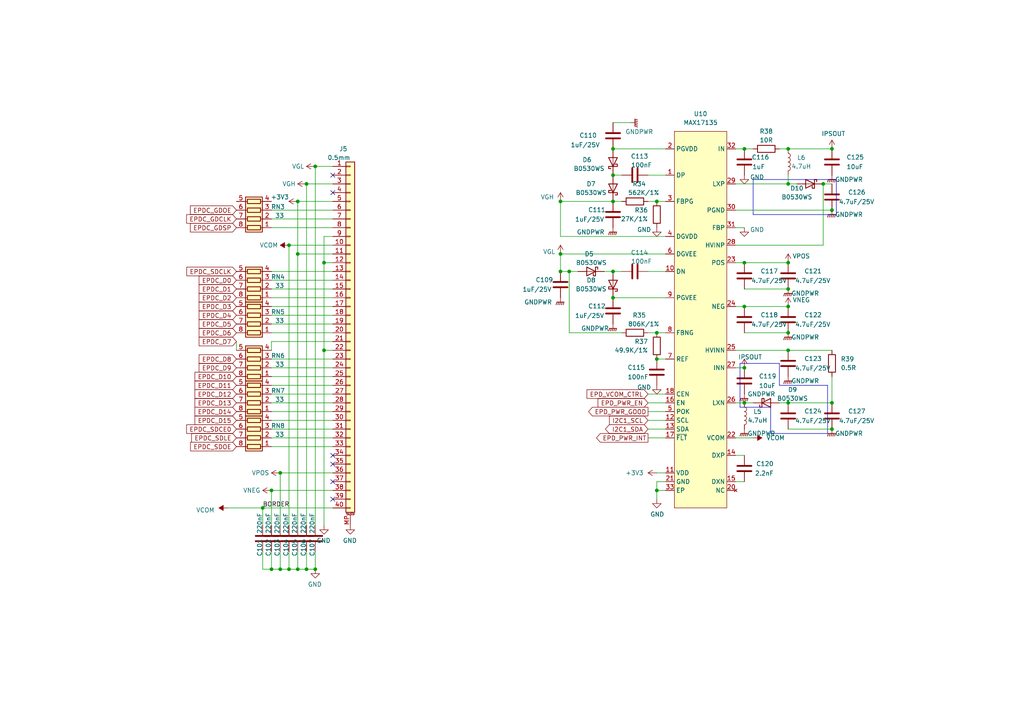
<source format=kicad_sch>
(kicad_sch (version 20230121) (generator eeschema)
  (paper "A4")
  (lib_symbols
    (symbol "Connector_Generic_MountingPin:Conn_01x40_MountingPin" (pin_names (offset 1.016) hide)
      (property "Reference" "J" (at 0 50.8 0))
      (property "Value" "Conn_01x40_MountingPin" (at 1.27 -53.34 0))
      (symbol "Conn_01x40_MountingPin_1_1"
        (text "Mounting" (at 0 -52.451 0) (effects (font (size 0.381 0.381))))
        (pin passive line (at -5.08 48.26 0) (length 3.81) (name "Pin_1") (number "1"))
        (pin passive line (at -5.08 25.4 0) (length 3.81) (name "Pin_10") (number "10"))
        (pin passive line (at -5.08 22.86 0) (length 3.81) (name "Pin_11") (number "11"))
        (pin passive line (at -5.08 20.32 0) (length 3.81) (name "Pin_12") (number "12"))
        (pin passive line (at -5.08 17.78 0) (length 3.81) (name "Pin_13") (number "13"))
        (pin passive line (at -5.08 15.24 0) (length 3.81) (name "Pin_14") (number "14"))
        (pin passive line (at -5.08 12.7 0) (length 3.81) (name "Pin_15") (number "15"))
        (pin passive line (at -5.08 10.16 0) (length 3.81) (name "Pin_16") (number "16"))
        (pin passive line (at -5.08 7.62 0) (length 3.81) (name "Pin_17") (number "17"))
        (pin passive line (at -5.08 5.08 0) (length 3.81) (name "Pin_18") (number "18"))
        (pin passive line (at -5.08 2.54 0) (length 3.81) (name "Pin_19") (number "19"))
        (pin passive line (at -5.08 45.72 0) (length 3.81) (name "Pin_2") (number "2"))
        (pin passive line (at -5.08 0 0) (length 3.81) (name "Pin_20") (number "20"))
        (pin passive line (at -5.08 -2.54 0) (length 3.81) (name "Pin_21") (number "21"))
        (pin passive line (at -5.08 -5.08 0) (length 3.81) (name "Pin_22") (number "22"))
        (pin passive line (at -5.08 -7.62 0) (length 3.81) (name "Pin_23") (number "23"))
        (pin passive line (at -5.08 -10.16 0) (length 3.81) (name "Pin_24") (number "24"))
        (pin passive line (at -5.08 -12.7 0) (length 3.81) (name "Pin_25") (number "25"))
        (pin passive line (at -5.08 -15.24 0) (length 3.81) (name "Pin_26") (number "26"))
        (pin passive line (at -5.08 -17.78 0) (length 3.81) (name "Pin_27") (number "27"))
        (pin passive line (at -5.08 -20.32 0) (length 3.81) (name "Pin_28") (number "28"))
        (pin passive line (at -5.08 -22.86 0) (length 3.81) (name "Pin_29") (number "29"))
        (pin passive line (at -5.08 43.18 0) (length 3.81) (name "Pin_3") (number "3"))
        (pin passive line (at -5.08 -25.4 0) (length 3.81) (name "Pin_30") (number "30"))
        (pin passive line (at -5.08 -27.94 0) (length 3.81) (name "Pin_31") (number "31"))
        (pin passive line (at -5.08 -30.48 0) (length 3.81) (name "Pin_32") (number "32"))
        (pin passive line (at -5.08 -33.02 0) (length 3.81) (name "Pin_33") (number "33"))
        (pin passive line (at -5.08 -35.56 0) (length 3.81) (name "Pin_34") (number "34"))
        (pin passive line (at -5.08 -38.1 0) (length 3.81) (name "Pin_35") (number "35"))
        (pin passive line (at -5.08 -40.64 0) (length 3.81) (name "Pin_36") (number "36"))
        (pin passive line (at -5.08 -43.18 0) (length 3.81) (name "Pin_37") (number "37"))
        (pin passive line (at -5.08 -45.72 0) (length 3.81) (name "Pin_38") (number "38"))
        (pin passive line (at -5.08 -48.26 0) (length 3.81) (name "Pin_39") (number "39"))
        (pin passive line (at -5.08 40.64 0) (length 3.81) (name "Pin_4") (number "4"))
        (pin passive line (at -5.08 -50.8 0) (length 3.81) (name "Pin_40") (number "40"))
        (pin passive line (at -5.08 38.1 0) (length 3.81) (name "Pin_5") (number "5"))
        (pin passive line (at -5.08 35.56 0) (length 3.81) (name "Pin_6") (number "6"))
        (pin passive line (at -5.08 33.02 0) (length 3.81) (name "Pin_7") (number "7"))
        (pin passive line (at -5.08 30.48 0) (length 3.81) (name "Pin_8") (number "8"))
        (pin passive line (at -5.08 27.94 0) (length 3.81) (name "Pin_9") (number "9"))
        (pin passive line (at 0 -55.88 90) (length 3.048) (name "MountPin") (number "MP"))
      )
    )
    (symbol "Device:C" (pin_numbers hide) (pin_names (offset 0.254))
      (property "Reference" "C" (at 0.635 2.54 0))
      (property "Value" "C" (at 0.635 -2.54 0))
      (symbol "C_1_1"
        (pin passive line (at 0 3.81 270) (length 2.794) (name "~") (number "1"))
        (pin passive line (at 0 -3.81 90) (length 2.794) (name "~") (number "2"))
      )
    )
    (symbol "Device:D_Schottky" (pin_numbers hide) (pin_names (offset 1.016) hide)
      (property "Reference" "D" (at 0 2.54 0))
      (property "Value" "D_Schottky" (at 0 -2.54 0))
      (symbol "D_Schottky_1_1"
        (pin passive line (at -3.81 0 0) (length 2.54) (name "K") (number "1"))
        (pin passive line (at 3.81 0 180) (length 2.54) (name "A") (number "2"))
      )
    )
    (symbol "Device:L" (pin_numbers hide) (pin_names (offset 1.016) hide)
      (property "Reference" "L" (at -1.27 0 90))
      (property "Value" "L" (at 1.905 0 90))
      (symbol "L_1_1"
        (pin passive line (at 0 3.81 270) (length 1.27) (name "1") (number "1"))
        (pin passive line (at 0 -3.81 90) (length 1.27) (name "2") (number "2"))
      )
    )
    (symbol "Device:R" (pin_numbers hide) (pin_names (offset 0))
      (property "Reference" "R" (at 2.032 0 90))
      (property "Value" "R" (at 0 0 90))
      (symbol "R_1_1"
        (pin passive line (at 0 3.81 270) (length 1.27) (name "~") (number "1"))
        (pin passive line (at 0 -3.81 90) (length 1.27) (name "~") (number "2"))
      )
    )
    (symbol "Device:R_Pack04" (pin_names (offset 0) hide)
      (property "Reference" "RN" (at -7.62 0 90))
      (property "Value" "R_Pack04" (at 5.08 0 90))
      (symbol "R_Pack04_1_1"
        (pin passive line (at -5.08 -5.08 90) (length 2.54) (name "R1.1") (number "1"))
        (pin passive line (at -2.54 -5.08 90) (length 2.54) (name "R2.1") (number "2"))
        (pin passive line (at 0 -5.08 90) (length 2.54) (name "R3.1") (number "3"))
        (pin passive line (at 2.54 -5.08 90) (length 2.54) (name "R4.1") (number "4"))
        (pin passive line (at 2.54 5.08 270) (length 2.54) (name "R4.2") (number "5"))
        (pin passive line (at 0 5.08 270) (length 2.54) (name "R3.2") (number "6"))
        (pin passive line (at -2.54 5.08 270) (length 2.54) (name "R2.2") (number "7"))
        (pin passive line (at -5.08 5.08 270) (length 2.54) (name "R1.2") (number "8"))
      )
    )
    (symbol "power:+3V3" (power) (pin_names (offset 0))
      (property "Value" "+3V3" (at 0 3.556 0))
      (symbol "+3V3_1_1"
        (pin power_in line (at 0 0 90) (length 0) hide (name "+3V3") (number "1"))
      )
    )
    (symbol "power:GND" (power) (pin_names (offset 0))
      (property "Value" "GND" (at 0 -3.81 0))
      (symbol "GND_1_1"
        (pin power_in line (at 0 0 270) (length 0) hide (name "GND") (number "1"))
      )
    )
    (symbol "power:GNDPWR" (power) (pin_names (offset 0))
      (property "Value" "GNDPWR" (at 0 -3.302 0))
      (symbol "GNDPWR_1_1"
        (pin power_in line (at 0 0 270) (length 0) hide (name "GNDPWR") (number "1"))
      )
    )
    (symbol "power:VCOM" (power) (pin_names (offset 0))
      (property "Value" "VCOM" (at 0 3.81 0))
      (symbol "VCOM_1_1"
        (pin power_in line (at 0 0 90) (length 0) hide (name "VCOM") (number "1"))
      )
    )
    (symbol "symbols:IPSOUT" (power) (pin_names (offset 0))
      (property "Value" "IPSOUT" (at 0 3.556 0))
      (symbol "IPSOUT_1_1"
        (pin power_in line (at 0 0 90) (length 0) hide (name "IPSOUT") (number "1"))
      )
    )
    (symbol "symbols:MAX17135"
      (property "Reference" "U" (at 0 0 0))
      (property "Value" "MAX17135" (at 0 -2.54 0))
      (symbol "MAX17135_1_1"
        (pin input line (at -10.16 -17.78 0) (length 2.54) (name "DP") (number "1"))
        (pin input line (at -10.16 -45.72 0) (length 2.54) (name "DN") (number "10"))
        (pin input line (at -10.16 -104.14 0) (length 2.54) (name "VDD") (number "11"))
        (pin input line (at -10.16 -88.9 0) (length 2.54) (name "SCL") (number "12"))
        (pin input line (at -10.16 -91.44 0) (length 2.54) (name "SDA") (number "13"))
        (pin input line (at 10.16 -99.06 180) (length 2.54) (name "DXP") (number "14"))
        (pin input line (at 10.16 -106.68 180) (length 2.54) (name "DXN") (number "15"))
        (pin input line (at -10.16 -83.82 0) (length 2.54) (name "EN") (number "16"))
        (pin input line (at -10.16 -93.98 0) (length 2.54) (name "~{FLT}") (number "17"))
        (pin input line (at -10.16 -81.28 0) (length 2.54) (name "CEN") (number "18"))
        (pin no_connect line (at 10.16 -109.22 180) (length 2.54) hide (name "NC") (number "19"))
        (pin input line (at -10.16 -10.16 0) (length 2.54) (name "PGVDD") (number "2"))
        (pin no_connect line (at 10.16 -109.22 180) (length 2.54) (name "NC") (number "20"))
        (pin input line (at -10.16 -106.68 0) (length 2.54) (name "GND") (number "21"))
        (pin input line (at 10.16 -93.98 180) (length 2.54) (name "VCOM") (number "22"))
        (pin input line (at 10.16 -43.18 180) (length 2.54) (name "POS") (number "23"))
        (pin input line (at 10.16 -55.88 180) (length 2.54) (name "NEG") (number "24"))
        (pin input line (at 10.16 -68.58 180) (length 2.54) (name "HVINN") (number "25"))
        (pin input line (at 10.16 -83.82 180) (length 2.54) (name "LXN") (number "26"))
        (pin input line (at 10.16 -73.66 180) (length 2.54) (name "INN") (number "27"))
        (pin input line (at 10.16 -38.1 180) (length 2.54) (name "HVINP") (number "28"))
        (pin input line (at 10.16 -20.32 180) (length 2.54) (name "LXP") (number "29"))
        (pin input line (at -10.16 -25.4 0) (length 2.54) (name "FBPG") (number "3"))
        (pin input line (at 10.16 -27.94 180) (length 2.54) (name "PGND") (number "30"))
        (pin input line (at 10.16 -33.02 180) (length 2.54) (name "FBP") (number "31"))
        (pin input line (at 10.16 -10.16 180) (length 2.54) (name "IN") (number "32"))
        (pin input line (at -10.16 -109.22 0) (length 2.54) (name "EP") (number "33"))
        (pin input line (at -10.16 -35.56 0) (length 2.54) (name "DGVDD") (number "4"))
        (pin input line (at -10.16 -86.36 0) (length 2.54) (name "POK") (number "5"))
        (pin input line (at -10.16 -40.64 0) (length 2.54) (name "DGVEE") (number "6"))
        (pin input line (at -10.16 -71.12 0) (length 2.54) (name "REF") (number "7"))
        (pin input line (at -10.16 -63.5 0) (length 2.54) (name "FBNG") (number "8"))
        (pin input line (at -10.16 -53.34 0) (length 2.54) (name "PGVEE") (number "9"))
      )
    )
    (symbol "symbols:VGH" (power) (pin_names (offset 0))
      (property "Value" "VGH" (at 0 3.556 0))
      (symbol "VGH_1_1"
        (pin power_in line (at 0 0 90) (length 0) hide (name "VGH") (number "1"))
      )
    )
    (symbol "symbols:VGL" (power) (pin_names (offset 0))
      (property "Value" "VGL" (at 0 3.556 0))
      (symbol "VGL_1_1"
        (pin power_in line (at 0 0 90) (length 0) hide (name "VGL") (number "1"))
      )
    )
    (symbol "symbols:VNEG" (power) (pin_names (offset 0))
      (property "Value" "VNEG" (at 0 3.556 0))
      (symbol "VNEG_1_1"
        (pin power_in line (at 0 0 90) (length 0) hide (name "VNEG") (number "1"))
      )
    )
    (symbol "symbols:VPOS" (power) (pin_names (offset 0))
      (property "Value" "VPOS" (at 0 3.556 0))
      (symbol "VPOS_1_1"
        (pin power_in line (at 0 0 90) (length 0) hide (name "VPOS") (number "1"))
      )
    )
  )
  (junction (at 162.56 73.66))
  (junction (at 162.56 78.74))
  (junction (at 215.9 76.2))
  (junction (at 86.36 165.1) (diameter 0.9144))
  (junction (at 177.8 86.36))
  (junction (at 93.98 76.2) (diameter 0.9144))
  (junction (at 215.9 88.9))
  (junction (at 83.82 71.12))
  (junction (at 177.8 58.42))
  (junction (at 228.6 116.84))
  (junction (at 86.36 73.66) (diameter 0.9144))
  (junction (at 228.6 43.18))
  (junction (at 88.9 165.1) (diameter 0.9144))
  (junction (at 177.8 43.18))
  (junction (at 81.28 137.16) (diameter 0.9144))
  (junction (at 78.74 165.1) (diameter 0.9144))
  (junction (at 228.6 83.82))
  (junction (at 215.9 116.84))
  (junction (at 241.3 60.96))
  (junction (at 93.98 101.6) (diameter 0.9144))
  (junction (at 241.3 116.84))
  (junction (at 88.9 53.34) (diameter 0.9144))
  (junction (at 81.28 165.1) (diameter 0.9144))
  (junction (at 241.3 124.46))
  (junction (at 241.3 43.18))
  (junction (at 228.6 53.34))
  (junction (at 177.8 50.8))
  (junction (at 91.44 165.1) (diameter 0.9144))
  (junction (at 215.9 43.18))
  (junction (at 215.9 106.68))
  (junction (at 83.82 165.1) (diameter 0.9144))
  (junction (at 228.6 96.52))
  (junction (at 91.44 48.26) (diameter 0.9144))
  (junction (at 228.6 88.9))
  (junction (at 190.5 96.52))
  (junction (at 238.76 53.34))
  (junction (at 165.1 78.74))
  (junction (at 177.8 78.74))
  (junction (at 162.56 58.42))
  (junction (at 78.74 142.24) (diameter 0.9144))
  (junction (at 76.2 147.32) (diameter 0.9144))
  (junction (at 228.6 76.2))
  (junction (at 228.6 101.6))
  (junction (at 190.5 142.24))
  (junction (at 190.5 104.14))
  (junction (at 190.5 58.42))
  (junction (at 86.36 58.42))
  (no_connect (at 96.52 50.8))
  (no_connect (at 96.52 55.88))
  (no_connect (at 96.52 132.08))
  (no_connect (at 96.52 144.78))
  (no_connect (at 96.52 134.62))
  (no_connect (at 96.52 139.7))
  (wire (pts (xy 81.28 165.1) (xy 83.82 165.1)))
  (wire (pts (xy 187.96 127) (xy 193.04 127)))
  (wire (pts (xy 187.96 114.3) (xy 193.04 114.3)))
  (wire (pts (xy 78.74 119.38) (xy 96.52 119.38)))
  (wire (pts (xy 78.74 165.1) (xy 81.28 165.1)))
  (wire (pts (xy 177.8 86.36) (xy 193.04 86.36)))
  (wire (pts (xy 213.36 66.04) (xy 215.9 66.04)))
  (polyline (pts (xy 218.44 52.07) (xy 218.44 62.23)))
  (wire (pts (xy 187.96 78.74) (xy 193.04 78.74)))
  (wire (pts (xy 78.74 81.28) (xy 96.52 81.28)))
  (wire (pts (xy 213.36 101.6) (xy 228.6 101.6)))
  (polyline (pts (xy 223.52 118.11) (xy 214.63 118.11)))
  (wire (pts (xy 86.36 160.02) (xy 86.36 165.1)))
  (wire (pts (xy 88.9 53.34) (xy 88.9 152.4)))
  (wire (pts (xy 83.82 160.02) (xy 83.82 165.1)))
  (wire (pts (xy 78.74 88.9) (xy 96.52 88.9)))
  (wire (pts (xy 88.9 165.1) (xy 91.44 165.1)))
  (wire (pts (xy 241.3 109.22) (xy 241.3 116.84)))
  (wire (pts (xy 78.74 129.54) (xy 96.52 129.54)))
  (wire (pts (xy 81.28 137.16) (xy 96.52 137.16)))
  (wire (pts (xy 78.74 99.06) (xy 96.52 99.06)))
  (wire (pts (xy 93.98 101.6) (xy 96.52 101.6)))
  (wire (pts (xy 91.44 48.26) (xy 91.44 152.4)))
  (wire (pts (xy 187.96 50.8) (xy 193.04 50.8)))
  (wire (pts (xy 213.36 116.84) (xy 215.9 116.84)))
  (wire (pts (xy 162.56 68.58) (xy 162.56 58.42)))
  (wire (pts (xy 162.56 78.74) (xy 162.56 73.66)))
  (wire (pts (xy 88.9 53.34) (xy 96.52 53.34)))
  (polyline (pts (xy 242.57 52.07) (xy 242.57 62.23)))
  (wire (pts (xy 78.74 66.04) (xy 96.52 66.04)))
  (wire (pts (xy 81.28 160.02) (xy 81.28 165.1)))
  (wire (pts (xy 228.6 116.84) (xy 241.3 116.84)))
  (polyline (pts (xy 226.06 105.41) (xy 226.06 111.76)))
  (wire (pts (xy 83.82 71.12) (xy 83.82 152.4)))
  (wire (pts (xy 86.36 165.1) (xy 88.9 165.1)))
  (wire (pts (xy 83.82 71.12) (xy 96.52 71.12)))
  (wire (pts (xy 86.36 73.66) (xy 86.36 152.4)))
  (polyline (pts (xy 240.03 125.73) (xy 223.52 125.73)))
  (wire (pts (xy 78.74 127) (xy 96.52 127)))
  (wire (pts (xy 177.8 78.74) (xy 180.34 78.74)))
  (wire (pts (xy 215.9 88.9) (xy 228.6 88.9)))
  (polyline (pts (xy 214.63 105.41) (xy 214.63 118.11)))
  (wire (pts (xy 213.36 132.08) (xy 215.9 132.08)))
  (wire (pts (xy 96.52 68.58) (xy 93.98 68.58)))
  (wire (pts (xy 78.74 109.22) (xy 96.52 109.22)))
  (wire (pts (xy 175.26 78.74) (xy 177.8 78.74)))
  (wire (pts (xy 93.98 101.6) (xy 93.98 152.4)))
  (wire (pts (xy 78.74 96.52) (xy 96.52 96.52)))
  (wire (pts (xy 93.98 76.2) (xy 93.98 101.6)))
  (wire (pts (xy 78.74 99.06) (xy 78.74 101.6)))
  (wire (pts (xy 215.9 43.18) (xy 218.44 43.18)))
  (polyline (pts (xy 240.03 111.76) (xy 240.03 125.73)))
  (wire (pts (xy 213.36 76.2) (xy 215.9 76.2)))
  (wire (pts (xy 213.36 60.96) (xy 241.3 60.96)))
  (wire (pts (xy 83.82 165.1) (xy 86.36 165.1)))
  (wire (pts (xy 238.76 53.34) (xy 241.3 53.34)))
  (wire (pts (xy 228.6 101.6) (xy 241.3 101.6)))
  (wire (pts (xy 88.9 160.02) (xy 88.9 165.1)))
  (wire (pts (xy 180.34 96.52) (xy 165.1 96.52)))
  (polyline (pts (xy 242.57 62.23) (xy 218.44 62.23)))
  (wire (pts (xy 238.76 53.34) (xy 238.76 71.12)))
  (wire (pts (xy 213.36 127) (xy 218.44 127)))
  (wire (pts (xy 226.06 43.18) (xy 228.6 43.18)))
  (wire (pts (xy 215.9 116.84) (xy 218.44 116.84)))
  (wire (pts (xy 86.36 58.42) (xy 96.52 58.42)))
  (wire (pts (xy 187.96 124.46) (xy 193.04 124.46)))
  (polyline (pts (xy 214.63 105.41) (xy 226.06 105.41)))
  (polyline (pts (xy 226.06 111.76) (xy 240.03 111.76)))
  (wire (pts (xy 177.8 58.42) (xy 180.34 58.42)))
  (wire (pts (xy 193.04 139.7) (xy 190.5 139.7)))
  (wire (pts (xy 78.74 111.76) (xy 96.52 111.76)))
  (wire (pts (xy 187.96 96.52) (xy 190.5 96.52)))
  (wire (pts (xy 78.74 78.74) (xy 96.52 78.74)))
  (wire (pts (xy 68.58 99.06) (xy 68.58 101.6)))
  (wire (pts (xy 76.2 147.32) (xy 96.52 147.32)))
  (wire (pts (xy 228.6 124.46) (xy 241.3 124.46)))
  (wire (pts (xy 81.28 137.16) (xy 81.28 152.4)))
  (wire (pts (xy 238.76 71.12) (xy 213.36 71.12)))
  (wire (pts (xy 187.96 116.84) (xy 193.04 116.84)))
  (wire (pts (xy 187.96 121.92) (xy 193.04 121.92)))
  (wire (pts (xy 91.44 160.02) (xy 91.44 165.1)))
  (wire (pts (xy 190.5 139.7) (xy 190.5 142.24)))
  (wire (pts (xy 78.74 142.24) (xy 96.52 142.24)))
  (wire (pts (xy 215.9 76.2) (xy 228.6 76.2)))
  (wire (pts (xy 78.74 116.84) (xy 96.52 116.84)))
  (wire (pts (xy 190.5 142.24) (xy 190.5 144.78)))
  (wire (pts (xy 76.2 147.32) (xy 76.2 152.4)))
  (wire (pts (xy 187.96 119.38) (xy 193.04 119.38)))
  (wire (pts (xy 190.5 96.52) (xy 193.04 96.52)))
  (wire (pts (xy 165.1 78.74) (xy 162.56 78.74)))
  (wire (pts (xy 190.5 142.24) (xy 193.04 142.24)))
  (wire (pts (xy 86.36 73.66) (xy 96.52 73.66)))
  (wire (pts (xy 190.5 58.42) (xy 193.04 58.42)))
  (wire (pts (xy 76.2 160.02) (xy 76.2 165.1)))
  (wire (pts (xy 213.36 106.68) (xy 215.9 106.68)))
  (wire (pts (xy 78.74 93.98) (xy 96.52 93.98)))
  (wire (pts (xy 86.36 58.42) (xy 86.36 73.66)))
  (wire (pts (xy 78.74 142.24) (xy 78.74 152.4)))
  (wire (pts (xy 190.5 104.14) (xy 193.04 104.14)))
  (polyline (pts (xy 218.44 52.07) (xy 242.57 52.07)))
  (wire (pts (xy 213.36 139.7) (xy 215.9 139.7)))
  (wire (pts (xy 165.1 96.52) (xy 165.1 78.74)))
  (wire (pts (xy 91.44 48.26) (xy 96.52 48.26)))
  (wire (pts (xy 226.06 116.84) (xy 228.6 116.84)))
  (wire (pts (xy 93.98 68.58) (xy 93.98 76.2)))
  (wire (pts (xy 193.04 68.58) (xy 162.56 68.58)))
  (wire (pts (xy 162.56 73.66) (xy 193.04 73.66)))
  (wire (pts (xy 215.9 96.52) (xy 228.6 96.52)))
  (wire (pts (xy 78.74 106.68) (xy 96.52 106.68)))
  (polyline (pts (xy 223.52 125.73) (xy 223.52 118.11)))
  (wire (pts (xy 177.8 35.56) (xy 182.88 35.56)))
  (wire (pts (xy 78.74 104.14) (xy 96.52 104.14)))
  (wire (pts (xy 78.74 160.02) (xy 78.74 165.1)))
  (wire (pts (xy 228.6 43.18) (xy 241.3 43.18)))
  (wire (pts (xy 190.5 137.16) (xy 193.04 137.16)))
  (wire (pts (xy 78.74 83.82) (xy 96.52 83.82)))
  (wire (pts (xy 76.2 165.1) (xy 78.74 165.1)))
  (wire (pts (xy 162.56 58.42) (xy 177.8 58.42)))
  (wire (pts (xy 93.98 76.2) (xy 96.52 76.2)))
  (wire (pts (xy 215.9 83.82) (xy 228.6 83.82)))
  (wire (pts (xy 167.64 78.74) (xy 165.1 78.74)))
  (wire (pts (xy 78.74 86.36) (xy 96.52 86.36)))
  (wire (pts (xy 213.36 43.18) (xy 215.9 43.18)))
  (wire (pts (xy 213.36 88.9) (xy 215.9 88.9)))
  (wire (pts (xy 66.04 147.32) (xy 76.2 147.32)))
  (wire (pts (xy 78.74 124.46) (xy 96.52 124.46)))
  (wire (pts (xy 187.96 58.42) (xy 190.5 58.42)))
  (wire (pts (xy 228.6 53.34) (xy 228.6 50.8)))
  (wire (pts (xy 78.74 121.92) (xy 96.52 121.92)))
  (wire (pts (xy 177.8 43.18) (xy 193.04 43.18)))
  (wire (pts (xy 228.6 53.34) (xy 231.14 53.34)))
  (wire (pts (xy 177.8 50.8) (xy 180.34 50.8)))
  (wire (pts (xy 78.74 60.96) (xy 96.52 60.96)))
  (wire (pts (xy 78.74 91.44) (xy 96.52 91.44)))
  (wire (pts (xy 213.36 53.34) (xy 228.6 53.34)))
  (wire (pts (xy 78.74 114.3) (xy 96.52 114.3)))
  (wire (pts (xy 78.74 63.5) (xy 96.52 63.5)))
  (label "BORDER" (at 76.2 147.32 0))
  (global_label "EPDC_D6" (shape input) (at 68.58 96.52 180) (property "Intersheetrefs" "${INTERSHEET_REFS}" (effects hide)))
  (global_label "EPDC_D4" (shape input) (at 68.58 91.44 180) (property "Intersheetrefs" "${INTERSHEET_REFS}" (effects hide)))
  (global_label "EPDC_D15" (shape input) (at 68.58 121.92 180) (property "Intersheetrefs" "${INTERSHEET_REFS}" (effects hide)))
  (global_label "EPDC_D7" (shape input) (at 68.58 99.06 180) (property "Intersheetrefs" "${INTERSHEET_REFS}" (effects hide)))
  (global_label "EPDC_D2" (shape input) (at 68.58 86.36 180) (property "Intersheetrefs" "${INTERSHEET_REFS}" (effects hide)))
  (global_label "EPDC_D11" (shape input) (at 68.58 111.76 180) (property "Intersheetrefs" "${INTERSHEET_REFS}" (effects hide)))
  (global_label "EPDC_GDOE" (shape input) (at 68.58 60.96 180) (property "Intersheetrefs" "${INTERSHEET_REFS}" (effects hide)))
  (global_label "EPDC_D9" (shape input) (at 68.58 106.68 180) (property "Intersheetrefs" "${INTERSHEET_REFS}" (effects hide)))
  (global_label "EPDC_D14" (shape input) (at 68.58 119.38 180) (property "Intersheetrefs" "${INTERSHEET_REFS}" (effects hide)))
  (global_label "EPDC_D1" (shape input) (at 68.58 83.82 180) (property "Intersheetrefs" "${INTERSHEET_REFS}" (effects hide)))
  (global_label "EPD_PWR_GOOD" (shape output) (at 187.96 119.38 180) (property "Intersheetrefs" "${INTERSHEET_REFS}" (effects hide)))
  (global_label "EPDC_SDCLK" (shape input) (at 68.58 78.74 180) (property "Intersheetrefs" "${INTERSHEET_REFS}" (effects hide)))
  (global_label "EPDC_D3" (shape input) (at 68.58 88.9 180) (property "Intersheetrefs" "${INTERSHEET_REFS}" (effects hide)))
  (global_label "EPD_PWR_INT" (shape output) (at 187.96 127 180) (property "Intersheetrefs" "${INTERSHEET_REFS}" (effects hide)))
  (global_label "EPDC_D5" (shape input) (at 68.58 93.98 180) (property "Intersheetrefs" "${INTERSHEET_REFS}" (effects hide)))
  (global_label "EPDC_D0" (shape input) (at 68.58 81.28 180) (property "Intersheetrefs" "${INTERSHEET_REFS}" (effects hide)))
  (global_label "EPDC_SDCE0" (shape input) (at 68.58 124.46 180) (property "Intersheetrefs" "${INTERSHEET_REFS}" (effects hide)))
  (global_label "EPDC_D12" (shape input) (at 68.58 114.3 180) (property "Intersheetrefs" "${INTERSHEET_REFS}" (effects hide)))
  (global_label "EPDC_GDSP" (shape input) (at 68.58 66.04 180) (property "Intersheetrefs" "${INTERSHEET_REFS}" (effects hide)))
  (global_label "EPDC_D13" (shape input) (at 68.58 116.84 180) (property "Intersheetrefs" "${INTERSHEET_REFS}" (effects hide)))
  (global_label "EPD_VCOM_CTRL" (shape input) (at 187.96 114.3 180) (property "Intersheetrefs" "${INTERSHEET_REFS}" (effects hide)))
  (global_label "EPDC_D10" (shape input) (at 68.58 109.22 180) (property "Intersheetrefs" "${INTERSHEET_REFS}" (effects hide)))
  (global_label "EPDC_SDOE" (shape input) (at 68.58 129.54 180) (property "Intersheetrefs" "${INTERSHEET_REFS}" (effects hide)))
  (global_label "EPDC_SDLE" (shape input) (at 68.58 127 180) (property "Intersheetrefs" "${INTERSHEET_REFS}" (effects hide)))
  (global_label "I2C1_SDA" (shape bidirectional) (at 187.96 124.46 180) (property "Intersheetrefs" "${INTERSHEET_REFS}" (effects hide)))
  (global_label "I2C1_SCL" (shape input) (at 187.96 121.92 180) (property "Intersheetrefs" "${INTERSHEET_REFS}" (effects hide)))
  (global_label "EPDC_GDCLK" (shape input) (at 68.58 63.5 180) (property "Intersheetrefs" "${INTERSHEET_REFS}" (effects hide)))
  (global_label "EPDC_D8" (shape input) (at 68.58 104.14 180) (property "Intersheetrefs" "${INTERSHEET_REFS}" (effects hide)))
  (global_label "EPD_PWR_EN" (shape input) (at 187.96 116.84 180) (property "Intersheetrefs" "${INTERSHEET_REFS}" (effects hide)))
  (symbol (lib_id "Device:C") (at 78.74 156.21 0) (unit 1)
    (property "Reference" "C102" (at 77.851 161.3916 90) (effects (justify left)))
    (property "Value" "220nF" (at 77.851 154.813 90) (effects (justify left)))
    (property "Footprint" "Capacitor_SMD:C_0402_1005Metric" (effects hide))
    (instances (project "pcb" (path "" (reference "C102") (unit 1))) (project "pcb" (path "" (reference "C504") (unit 1))))
  )
  (symbol (lib_id "symbols:VGH") (at 162.56 58.42 0) (unit 1)
    (property "Reference" "#PWR0144" (effects hide))
    (property "Value" "VGH" (at 158.75 57.15 0))
    (instances (project "pcb" (path "" (reference "#PWR0144") (unit 1))) (project "pcb" (path "" (reference "#PWR0502") (unit 1))))
  )
  (symbol (lib_id "Device:C") (at 162.56 82.55 0) (mirror x) (unit 1)
    (property "Reference" "C109" (at 155.321 81.1784 0) (effects (justify left)))
    (property "Value" "1uF/25V" (at 151.511 83.947 0) (effects (justify left)))
    (property "Footprint" "Capacitor_SMD:C_0805_2012Metric" (effects hide))
    (instances (project "pcb" (path "" (reference "C109") (unit 1))) (project "pcb" (path "" (reference "C501") (unit 1))))
  )
  (symbol (lib_id "Device:D_Schottky") (at 234.95 53.34 0) (mirror y) (unit 1)
    (property "Reference" "D10" (at 231.14 54.61 0))
    (property "Value" "B0530WS" (at 231.14 57.15 0))
    (property "Footprint" "Diode_SMD:D_SOD-323" (effects hide))
    (instances (project "pcb" (path "" (reference "D10") (unit 1))) (project "pcb" (path "" (reference "D506") (unit 1))))
  )
  (symbol (lib_id "Device:C") (at 241.3 46.99 0) (mirror x) (unit 1)
    (property "Reference" "C125" (at 245.491 45.6184 0) (effects (justify left)))
    (property "Value" "10uF" (at 245.491 48.387 0) (effects (justify left)))
    (property "Footprint" "Capacitor_SMD:C_0805_2012Metric" (effects hide))
    (instances (project "pcb" (path "" (reference "C125") (unit 1))) (project "pcb" (path "" (reference "C525") (unit 1))))
  )
  (symbol (lib_id "power:GND") (at 91.44 165.1 0) (mirror y) (unit 1)
    (property "Reference" "#PWR0136" (effects hide))
    (property "Value" "GND" (at 91.313 169.4942 0))
    (instances (project "pcb" (path "" (reference "#PWR0136") (unit 1))) (project "pcb" (path "" (reference "#PWR0516") (unit 1))))
  )
  (symbol (lib_id "Device:D_Schottky") (at 177.8 46.99 90) (unit 1)
    (property "Reference" "D6" (at 168.91 46.3549 90) (effects (justify right)))
    (property "Value" "B0530WS" (at 166.37 48.8949 90) (effects (justify right)))
    (property "Footprint" "Diode_SMD:D_SOD-323" (effects hide))
    (instances (project "pcb" (path "" (reference "D6") (unit 1))) (project "pcb" (path "" (reference "D502") (unit 1))))
  )
  (symbol (lib_id "power:GNDPWR") (at 162.56 86.36 0) (unit 1)
    (property "Reference" "#PWR0146" (effects hide))
    (property "Value" "GNDPWR" (at 156.083 87.63 0))
    (instances (project "pcb" (path "" (reference "#PWR0146") (unit 1))) (project "pcb" (path "" (reference "#PWR0505") (unit 1))))
  )
  (symbol (lib_id "Device:C") (at 241.3 120.65 180) (unit 1)
    (property "Reference" "C127" (at 251.079 119.2784 0) (effects (justify left)))
    (property "Value" "4.7uF/25V" (at 253.619 122.047 0) (effects (justify left)))
    (property "Footprint" "Capacitor_SMD:C_0805_2012Metric" (effects hide))
    (instances (project "pcb" (path "" (reference "C127") (unit 1))) (project "pcb" (path "" (reference "C527") (unit 1))))
  )
  (symbol (lib_id "Device:R_Pack04") (at 73.66 124.46 90) (unit 1)
    (property "Reference" "RN8" (at 82.6516 123.4948 90) (effects (justify left)))
    (property "Value" "33" (at 82.423 126.0348 90) (effects (justify left)))
    (property "Footprint" "Resistor_SMD:R_Array_Convex_4x0402" (effects hide))
    (instances (project "pcb" (path "" (reference "RN8") (unit 1))) (project "pcb" (path "" (reference "RN506") (unit 1))))
  )
  (symbol (lib_id "symbols:IPSOUT") (at 241.3 43.18 0) (unit 1)
    (property "Reference" "#PWR0165" (effects hide))
    (property "Value" "IPSOUT" (at 241.7318 38.7858 0))
    (instances (project "pcb" (path "" (reference "#PWR0165") (unit 1))) (project "pcb" (path "" (reference "#PWR0125") (unit 1))))
  )
  (symbol (lib_id "Device:C") (at 215.9 46.99 180) (unit 1)
    (property "Reference" "C116" (at 223.139 45.6184 0) (effects (justify left)))
    (property "Value" "1uF" (at 221.869 48.387 0) (effects (justify left)))
    (property "Footprint" "Capacitor_SMD:C_0402_1005Metric" (effects hide))
    (instances (project "pcb" (path "" (reference "C116") (unit 1))) (project "pcb" (path "" (reference "C516") (unit 1))))
  )
  (symbol (lib_id "symbols:VNEG") (at 78.74 142.24 90) (unit 1)
    (property "Reference" "#PWR0130" (effects hide))
    (property "Value" "VNEG" (at 73.025 142.24 90))
    (instances (project "pcb" (path "" (reference "#PWR0130") (unit 1))) (project "pcb" (path "" (reference "#PWR0504") (unit 1))))
  )
  (symbol (lib_id "Device:R") (at 190.5 100.33 0) (mirror x) (unit 1)
    (property "Reference" "R37" (at 187.96 99.0599 0) (effects (justify right)))
    (property "Value" "49.9K/1%" (at 187.96 101.5999 0) (effects (justify right)))
    (property "Footprint" "Resistor_SMD:R_0402_1005Metric" (effects hide))
    (instances (project "pcb" (path "" (reference "R37") (unit 1))) (project "pcb" (path "" (reference "R505") (unit 1))))
  )
  (symbol (lib_id "power:GNDPWR") (at 241.3 60.96 0) (unit 1)
    (property "Reference" "#PWR0167" (effects hide))
    (property "Value" "GNDPWR" (at 246.253 62.23 0))
    (instances (project "pcb" (path "" (reference "#PWR0167") (unit 1))) (project "pcb" (path "" (reference "#PWR0538") (unit 1))))
  )
  (symbol (lib_id "power:GNDPWR") (at 182.88 35.56 90) (unit 1)
    (property "Reference" "#PWR0149" (effects hide))
    (property "Value" "GNDPWR" (at 185.42 38.227 90))
    (instances (project "pcb" (path "" (reference "#PWR0149") (unit 1))) (project "pcb" (path "" (reference "#PWR0509") (unit 1))))
  )
  (symbol (lib_id "Device:C") (at 228.6 92.71 180) (unit 1)
    (property "Reference" "C122" (at 238.379 91.3384 0) (effects (justify left)))
    (property "Value" "4.7uF/25V" (at 240.919 94.107 0) (effects (justify left)))
    (property "Footprint" "Capacitor_SMD:C_0805_2012Metric" (effects hide))
    (instances (project "pcb" (path "" (reference "C122") (unit 1))) (project "pcb" (path "" (reference "C522") (unit 1))))
  )
  (symbol (lib_id "Device:D_Schottky") (at 222.25 116.84 0) (mirror x) (unit 1)
    (property "Reference" "D9" (at 229.87 113.03 0))
    (property "Value" "B0530WS" (at 229.87 115.57 0))
    (property "Footprint" "Diode_SMD:D_SOD-323" (effects hide))
    (instances (project "pcb" (path "" (reference "D9") (unit 1))) (project "pcb" (path "" (reference "D505") (unit 1))))
  )
  (symbol (lib_id "power:GNDPWR") (at 177.8 66.04 0) (unit 1)
    (property "Reference" "#PWR0147" (effects hide))
    (property "Value" "GNDPWR" (at 171.323 67.31 0))
    (instances (project "pcb" (path "" (reference "#PWR0147") (unit 1))) (project "pcb" (path "" (reference "#PWR0506") (unit 1))))
  )
  (symbol (lib_id "symbols:IPSOUT") (at 215.9 106.68 0) (unit 1)
    (property "Reference" "#PWR0156" (effects hide))
    (property "Value" "IPSOUT" (at 217.6018 103.5558 0))
    (instances (project "pcb" (path "" (reference "#PWR0156") (unit 1))) (project "pcb" (path "" (reference "#PWR0525") (unit 1))))
  )
  (symbol (lib_id "Device:D_Schottky") (at 177.8 54.61 270) (mirror x) (unit 1)
    (property "Reference" "D7" (at 171.45 53.34 90))
    (property "Value" "B0530WS" (at 171.45 55.88 90))
    (property "Footprint" "Diode_SMD:D_SOD-323" (effects hide))
    (instances (project "pcb" (path "" (reference "D7") (unit 1))) (project "pcb" (path "" (reference "D503") (unit 1))))
  )
  (symbol (lib_id "power:VCOM") (at 218.44 127 270) (unit 1)
    (property "Reference" "#PWR0159" (effects hide))
    (property "Value" "VCOM" (at 222.25 126.9999 90) (effects (justify left)))
    (instances (project "pcb" (path "" (reference "#PWR0159") (unit 1))) (project "pcb" (path "" (reference "#PWR0531") (unit 1))))
  )
  (symbol (lib_id "power:+3V3") (at 190.5 137.16 90) (unit 1)
    (property "Reference" "#PWR0152" (effects hide))
    (property "Value" "+3V3" (at 186.69 137.1599 90) (effects (justify left)))
    (instances (project "pcb" (path "" (reference "#PWR0152") (unit 1))) (project "pcb" (path "" (reference "#PWR0519") (unit 1))))
  )
  (symbol (lib_id "Device:C") (at 86.36 156.21 0) (unit 1)
    (property "Reference" "C105" (at 85.471 161.3916 90) (effects (justify left)))
    (property "Value" "220nF" (at 85.471 154.813 90) (effects (justify left)))
    (property "Footprint" "Capacitor_SMD:C_0402_1005Metric" (effects hide))
    (instances (project "pcb" (path "" (reference "C105") (unit 1))) (project "pcb" (path "" (reference "C510") (unit 1))))
  )
  (symbol (lib_id "Device:C") (at 83.82 156.21 0) (unit 1)
    (property "Reference" "C104" (at 82.931 161.3916 90) (effects (justify left)))
    (property "Value" "220nF" (at 82.931 154.813 90) (effects (justify left)))
    (property "Footprint" "Capacitor_SMD:C_0402_1005Metric" (effects hide))
    (instances (project "pcb" (path "" (reference "C104") (unit 1))) (project "pcb" (path "" (reference "C508") (unit 1))))
  )
  (symbol (lib_id "Device:C") (at 184.15 78.74 90) (unit 1)
    (property "Reference" "C114" (at 188.0616 73.279 90) (effects (justify left)))
    (property "Value" "100nF" (at 189.103 75.819 90) (effects (justify left)))
    (property "Footprint" "Capacitor_SMD:C_0402_1005Metric" (effects hide))
    (instances (project "pcb" (path "" (reference "C114") (unit 1))) (project "pcb" (path "" (reference "C512") (unit 1))))
  )
  (symbol (lib_id "Device:R_Pack04") (at 73.66 114.3 90) (unit 1)
    (property "Reference" "RN7" (at 82.6516 113.3348 90) (effects (justify left)))
    (property "Value" "33" (at 82.423 115.8748 90) (effects (justify left)))
    (property "Footprint" "Resistor_SMD:R_Array_Convex_4x0402" (effects hide))
    (instances (project "pcb" (path "" (reference "RN7") (unit 1))) (project "pcb" (path "" (reference "RN505") (unit 1))))
  )
  (symbol (lib_id "power:GNDPWR") (at 215.9 114.3 0) (unit 1)
    (property "Reference" "#PWR0157" (effects hide))
    (property "Value" "GNDPWR" (at 220.853 114.3 0))
    (instances (project "pcb" (path "" (reference "#PWR0157") (unit 1))) (project "pcb" (path "" (reference "#PWR0527") (unit 1))))
  )
  (symbol (lib_id "Device:R_Pack04") (at 73.66 60.96 90) (unit 1)
    (property "Reference" "RN3" (at 82.6516 59.9948 90) (effects (justify left)))
    (property "Value" "33" (at 82.423 62.5348 90) (effects (justify left)))
    (property "Footprint" "Resistor_SMD:R_Array_Convex_4x0402" (effects hide))
    (instances (project "pcb" (path "" (reference "RN3") (unit 1))) (project "pcb" (path "" (reference "RN501") (unit 1))))
  )
  (symbol (lib_id "power:VCOM") (at 83.82 71.12 90) (unit 1)
    (property "Reference" "#PWR0132" (effects hide))
    (property "Value" "VCOM" (at 80.645 71.1199 90) (effects (justify left)))
    (instances (project "pcb" (path "" (reference "#PWR0132") (unit 1))) (project "pcb" (path "" (reference "#PWR0510") (unit 1))))
  )
  (symbol (lib_id "Device:R") (at 190.5 62.23 0) (mirror x) (unit 1)
    (property "Reference" "R36" (at 187.96 60.9599 0) (effects (justify right)))
    (property "Value" "27K/1%" (at 187.96 63.4999 0) (effects (justify right)))
    (property "Footprint" "Resistor_SMD:R_0402_1005Metric" (effects hide))
    (instances (project "pcb" (path "" (reference "R36") (unit 1))) (project "pcb" (path "" (reference "R504") (unit 1))))
  )
  (symbol (lib_id "symbols:VPOS") (at 228.6 76.2 0) (mirror y) (unit 1)
    (property "Reference" "#PWR0160" (effects hide))
    (property "Value" "VPOS" (at 234.9499 74.295 0) (effects (justify left)))
    (instances (project "pcb" (path "" (reference "#PWR0160") (unit 1))) (project "pcb" (path "" (reference "#PWR0532") (unit 1))))
  )
  (symbol (lib_id "power:GND") (at 215.9 50.8 0) (mirror y) (unit 1)
    (property "Reference" "#PWR0154" (effects hide))
    (property "Value" "GND" (at 219.583 51.3842 0))
    (instances (project "pcb" (path "" (reference "#PWR0154") (unit 1))) (project "pcb" (path "" (reference "#PWR0521") (unit 1))))
  )
  (symbol (lib_id "Device:C") (at 177.8 90.17 0) (mirror x) (unit 1)
    (property "Reference" "C112" (at 170.561 88.7984 0) (effects (justify left)))
    (property "Value" "1uF/25V" (at 166.751 91.567 0) (effects (justify left)))
    (property "Footprint" "Capacitor_SMD:C_0805_2012Metric" (effects hide))
    (instances (project "pcb" (path "" (reference "C112") (unit 1))) (project "pcb" (path "" (reference "C506") (unit 1))))
  )
  (symbol (lib_id "power:GND") (at 93.98 152.4 0) (mirror y) (unit 1)
    (property "Reference" "#PWR0137" (effects hide))
    (property "Value" "GND" (at 93.853 156.7942 0))
    (instances (project "pcb" (path "" (reference "#PWR0137") (unit 1))) (project "pcb" (path "" (reference "#PWR0517") (unit 1))))
  )
  (symbol (lib_id "Device:L") (at 228.6 46.99 0) (unit 1)
    (property "Reference" "L6" (at 232.41 45.72 0))
    (property "Value" "4.7uH" (at 232.41 48.26 0))
    (property "Footprint" "footprints:L_1212" (effects hide))
    (instances (project "pcb" (path "" (reference "L6") (unit 1))) (project "pcb" (path "" (reference "L502") (unit 1))))
  )
  (symbol (lib_id "power:GND") (at 101.6 152.4 0) (mirror y) (unit 1)
    (property "Reference" "#PWR0138" (effects hide))
    (property "Value" "GND" (at 101.473 156.7942 0))
    (instances (project "pcb" (path "" (reference "#PWR0138") (unit 1))) (project "pcb" (path "" (reference "#PWR0518") (unit 1))))
  )
  (symbol (lib_id "Device:C") (at 91.44 156.21 0) (unit 1)
    (property "Reference" "C107" (at 90.551 161.3916 90) (effects (justify left)))
    (property "Value" "220nF" (at 90.551 154.813 90) (effects (justify left)))
    (property "Footprint" "Capacitor_SMD:C_0402_1005Metric" (effects hide))
    (instances (project "pcb" (path "" (reference "C107") (unit 1))) (project "pcb" (path "" (reference "C513") (unit 1))))
  )
  (symbol (lib_id "Device:R") (at 222.25 43.18 90) (unit 1)
    (property "Reference" "R38" (at 222.25 38.1 90))
    (property "Value" "10R" (at 222.25 40.64 90))
    (property "Footprint" "Resistor_SMD:R_0402_1005Metric" (effects hide))
    (instances (project "pcb" (path "" (reference "R38") (unit 1))) (project "pcb" (path "" (reference "R506") (unit 1))))
  )
  (symbol (lib_id "power:GNDPWR") (at 228.6 96.52 0) (unit 1)
    (property "Reference" "#PWR0163" (effects hide))
    (property "Value" "GNDPWR" (at 233.553 97.79 0))
    (instances (project "pcb" (path "" (reference "#PWR0163") (unit 1))) (project "pcb" (path "" (reference "#PWR0535") (unit 1))))
  )
  (symbol (lib_id "power:GNDPWR") (at 241.3 124.46 0) (unit 1)
    (property "Reference" "#PWR0168" (effects hide))
    (property "Value" "GNDPWR" (at 246.253 125.73 0))
    (instances (project "pcb" (path "" (reference "#PWR0168") (unit 1))) (project "pcb" (path "" (reference "#PWR0539") (unit 1))))
  )
  (symbol (lib_id "power:GND") (at 190.5 66.04 0) (unit 1)
    (property "Reference" "#PWR0150" (effects hide))
    (property "Value" "GND" (at 186.817 66.6242 0))
    (instances (project "pcb" (path "" (reference "#PWR0150") (unit 1))) (project "pcb" (path "" (reference "#PWR0513") (unit 1))))
  )
  (symbol (lib_id "Device:C") (at 241.3 57.15 180) (unit 1)
    (property "Reference" "C126" (at 251.079 55.7784 0) (effects (justify left)))
    (property "Value" "4.7uF/25V" (at 253.619 58.547 0) (effects (justify left)))
    (property "Footprint" "Capacitor_SMD:C_0805_2012Metric" (effects hide))
    (instances (project "pcb" (path "" (reference "C126") (unit 1))) (project "pcb" (path "" (reference "C526") (unit 1))))
  )
  (symbol (lib_id "power:VCOM") (at 66.04 147.32 90) (unit 1)
    (property "Reference" "#PWR0129" (effects hide))
    (property "Value" "VCOM" (at 62.23 147.9549 90) (effects (justify left)))
    (instances (project "pcb" (path "" (reference "#PWR0129") (unit 1))) (project "pcb" (path "" (reference "#PWR0501") (unit 1))))
  )
  (symbol (lib_id "power:+3V3") (at 86.36 58.42 90) (unit 1)
    (property "Reference" "#PWR0133" (effects hide))
    (property "Value" "+3V3" (at 83.82 57.1499 90) (effects (justify left)))
    (instances (project "pcb" (path "" (reference "#PWR0133") (unit 1))) (project "pcb" (path "" (reference "#PWR0115") (unit 1))))
  )
  (symbol (lib_id "symbols:VGH") (at 88.9 53.34 90) (unit 1)
    (property "Reference" "#PWR0134" (effects hide))
    (property "Value" "VGH" (at 83.82 53.34 90))
    (instances (project "pcb" (path "" (reference "#PWR0134") (unit 1))) (project "pcb" (path "" (reference "#PWR0512") (unit 1))))
  )
  (symbol (lib_id "Device:R") (at 184.15 96.52 90) (unit 1)
    (property "Reference" "R35" (at 185.42 91.44 90))
    (property "Value" "806K/1%" (at 186.69 93.98 90))
    (property "Footprint" "Resistor_SMD:R_0402_1005Metric" (effects hide))
    (instances (project "pcb" (path "" (reference "R35") (unit 1))) (project "pcb" (path "" (reference "R503") (unit 1))))
  )
  (symbol (lib_id "Device:C") (at 177.8 62.23 0) (mirror x) (unit 1)
    (property "Reference" "C111" (at 170.561 60.8584 0) (effects (justify left)))
    (property "Value" "1uF/25V" (at 166.751 63.627 0) (effects (justify left)))
    (property "Footprint" "Capacitor_SMD:C_0805_2012Metric" (effects hide))
    (instances (project "pcb" (path "" (reference "C111") (unit 1))) (project "pcb" (path "" (reference "C505") (unit 1))))
  )
  (symbol (lib_id "Connector_Generic_MountingPin:Conn_01x40_MountingPin") (at 101.6 96.52 0) (unit 1)
    (property "Reference" "J5" (at 99.568 43.18 0))
    (property "Value" "0.5mm" (at 98.298 45.72 0))
    (property "Footprint" "footprints:Hirose_FH12-40S-0.5SH_1x40-1MP_P0.50mm_Horizontal_Reversed" (effects hide))
    (instances (project "pcb" (path "" (reference "J5") (unit 1))) (project "pcb" (path "" (reference "J501") (unit 1))))
  )
  (symbol (lib_id "Device:C") (at 215.9 80.01 180) (unit 1)
    (property "Reference" "C117" (at 225.679 78.6384 0) (effects (justify left)))
    (property "Value" "4.7uF/25V" (at 228.219 81.407 0) (effects (justify left)))
    (property "Footprint" "Capacitor_SMD:C_0805_2012Metric" (effects hide))
    (instances (project "pcb" (path "" (reference "C117") (unit 1))) (project "pcb" (path "" (reference "C517") (unit 1))))
  )
  (symbol (lib_id "Device:D_Schottky") (at 171.45 78.74 0) (mirror y) (unit 1)
    (property "Reference" "D5" (at 169.5449 73.66 0) (effects (justify right)))
    (property "Value" "B0530WS" (at 167.0049 76.2 0) (effects (justify right)))
    (property "Footprint" "Diode_SMD:D_SOD-323" (effects hide))
    (instances (project "pcb" (path "" (reference "D5") (unit 1))) (project "pcb" (path "" (reference "D501") (unit 1))))
  )
  (symbol (lib_id "power:GNDPWR") (at 228.6 109.22 0) (unit 1)
    (property "Reference" "#PWR0164" (effects hide))
    (property "Value" "GNDPWR" (at 233.553 110.49 0))
    (instances (project "pcb" (path "" (reference "#PWR0164") (unit 1))) (project "pcb" (path "" (reference "#PWR0536") (unit 1))))
  )
  (symbol (lib_id "Device:R_Pack04") (at 73.66 81.28 90) (unit 1)
    (property "Reference" "RN4" (at 82.6516 80.3148 90) (effects (justify left)))
    (property "Value" "33" (at 82.423 82.8548 90) (effects (justify left)))
    (property "Footprint" "Resistor_SMD:R_Array_Convex_4x0402" (effects hide))
    (instances (project "pcb" (path "" (reference "RN4") (unit 1))) (project "pcb" (path "" (reference "RN502") (unit 1))))
  )
  (symbol (lib_id "symbols:VNEG") (at 228.6 88.9 0) (unit 1)
    (property "Reference" "#PWR0162" (effects hide))
    (property "Value" "VNEG" (at 232.41 86.995 0))
    (instances (project "pcb" (path "" (reference "#PWR0162") (unit 1))) (project "pcb" (path "" (reference "#PWR0534") (unit 1))))
  )
  (symbol (lib_id "Device:C") (at 88.9 156.21 0) (unit 1)
    (property "Reference" "C106" (at 88.011 161.3916 90) (effects (justify left)))
    (property "Value" "220nF" (at 88.011 154.813 90) (effects (justify left)))
    (property "Footprint" "Capacitor_SMD:C_0402_1005Metric" (effects hide))
    (instances (project "pcb" (path "" (reference "C106") (unit 1))) (project "pcb" (path "" (reference "C511") (unit 1))))
  )
  (symbol (lib_id "Device:C") (at 184.15 50.8 90) (unit 1)
    (property "Reference" "C113" (at 188.0616 45.339 90) (effects (justify left)))
    (property "Value" "100nF" (at 189.103 47.879 90) (effects (justify left)))
    (property "Footprint" "Capacitor_SMD:C_0402_1005Metric" (effects hide))
    (instances (project "pcb" (path "" (reference "C113") (unit 1))) (project "pcb" (path "" (reference "C509") (unit 1))))
  )
  (symbol (lib_id "symbols:VPOS") (at 81.28 137.16 90) (unit 1)
    (property "Reference" "#PWR0131" (effects hide))
    (property "Value" "VPOS" (at 78.105 137.1599 90) (effects (justify left)))
    (instances (project "pcb" (path "" (reference "#PWR0131") (unit 1))) (project "pcb" (path "" (reference "#PWR0507") (unit 1))))
  )
  (symbol (lib_id "power:GNDPWR") (at 215.9 124.46 0) (unit 1)
    (property "Reference" "#PWR0158" (effects hide))
    (property "Value" "GNDPWR" (at 220.853 125.73 0))
    (instances (project "pcb" (path "" (reference "#PWR0158") (unit 1))) (project "pcb" (path "" (reference "#PWR0529") (unit 1))))
  )
  (symbol (lib_id "Device:C") (at 228.6 80.01 180) (unit 1)
    (property "Reference" "C121" (at 238.379 78.6384 0) (effects (justify left)))
    (property "Value" "4.7uF/25V" (at 240.919 81.407 0) (effects (justify left)))
    (property "Footprint" "Capacitor_SMD:C_0805_2012Metric" (effects hide))
    (instances (project "pcb" (path "" (reference "C121") (unit 1))) (project "pcb" (path "" (reference "C521") (unit 1))))
  )
  (symbol (lib_id "Device:D_Schottky") (at 177.8 82.55 270) (mirror x) (unit 1)
    (property "Reference" "D8" (at 171.45 81.28 90))
    (property "Value" "B0530WS" (at 171.45 83.82 90))
    (property "Footprint" "Diode_SMD:D_SOD-323" (effects hide))
    (instances (project "pcb" (path "" (reference "D8") (unit 1))) (project "pcb" (path "" (reference "D504") (unit 1))))
  )
  (symbol (lib_id "Device:C") (at 76.2 156.21 0) (unit 1)
    (property "Reference" "C101" (at 75.311 161.3916 90) (effects (justify left)))
    (property "Value" "220nF" (at 75.311 154.813 90) (effects (justify left)))
    (property "Footprint" "Capacitor_SMD:C_0402_1005Metric" (effects hide))
    (instances (project "pcb" (path "" (reference "C101") (unit 1))) (project "pcb" (path "" (reference "C502") (unit 1))))
  )
  (symbol (lib_id "Device:C") (at 81.28 156.21 0) (unit 1)
    (property "Reference" "C103" (at 80.391 161.3916 90) (effects (justify left)))
    (property "Value" "220nF" (at 80.391 154.813 90) (effects (justify left)))
    (property "Footprint" "Capacitor_SMD:C_0402_1005Metric" (effects hide))
    (instances (project "pcb" (path "" (reference "C103") (unit 1))) (project "pcb" (path "" (reference "C507") (unit 1))))
  )
  (symbol (lib_id "power:GND") (at 215.9 66.04 0) (mirror y) (unit 1)
    (property "Reference" "#PWR0155" (effects hide))
    (property "Value" "GND" (at 219.583 66.6242 0))
    (instances (project "pcb" (path "" (reference "#PWR0155") (unit 1))) (project "pcb" (path "" (reference "#PWR0522") (unit 1))))
  )
  (symbol (lib_id "Device:C") (at 177.8 39.37 0) (mirror x) (unit 1)
    (property "Reference" "C110" (at 168.021 39.2684 0) (effects (justify left)))
    (property "Value" "1uF/25V" (at 165.481 42.037 0) (effects (justify left)))
    (property "Footprint" "Capacitor_SMD:C_0805_2012Metric" (effects hide))
    (instances (project "pcb" (path "" (reference "C110") (unit 1))) (project "pcb" (path "" (reference "C503") (unit 1))))
  )
  (symbol (lib_id "Device:R") (at 184.15 58.42 90) (unit 1)
    (property "Reference" "R34" (at 185.42 53.34 90))
    (property "Value" "562K/1%" (at 186.69 55.88 90))
    (property "Footprint" "Resistor_SMD:R_0402_1005Metric" (effects hide))
    (instances (project "pcb" (path "" (reference "R34") (unit 1))) (project "pcb" (path "" (reference "R501") (unit 1))))
  )
  (symbol (lib_id "Device:R_Pack04") (at 73.66 104.14 90) (unit 1)
    (property "Reference" "RN6" (at 82.6516 103.1748 90) (effects (justify left)))
    (property "Value" "33" (at 82.423 105.7148 90) (effects (justify left)))
    (property "Footprint" "Resistor_SMD:R_Array_Convex_4x0402" (effects hide))
    (instances (project "pcb" (path "" (reference "RN6") (unit 1))) (project "pcb" (path "" (reference "RN504") (unit 1))))
  )
  (symbol (lib_id "power:GNDPWR") (at 228.6 83.82 0) (unit 1)
    (property "Reference" "#PWR0161" (effects hide))
    (property "Value" "GNDPWR" (at 233.553 85.09 0))
    (instances (project "pcb" (path "" (reference "#PWR0161") (unit 1))) (project "pcb" (path "" (reference "#PWR0533") (unit 1))))
  )
  (symbol (lib_id "power:GNDPWR") (at 241.3 50.8 0) (unit 1)
    (property "Reference" "#PWR0166" (effects hide))
    (property "Value" "GNDPWR" (at 246.253 52.07 0))
    (instances (project "pcb" (path "" (reference "#PWR0166") (unit 1))) (project "pcb" (path "" (reference "#PWR0537") (unit 1))))
  )
  (symbol (lib_id "Device:C") (at 190.5 107.95 0) (mirror x) (unit 1)
    (property "Reference" "C115" (at 181.991 106.5784 0) (effects (justify left)))
    (property "Value" "100nF" (at 181.991 109.347 0) (effects (justify left)))
    (property "Footprint" "Capacitor_SMD:C_0402_1005Metric" (effects hide))
    (instances (project "pcb" (path "" (reference "C115") (unit 1))) (project "pcb" (path "" (reference "C515") (unit 1))))
  )
  (symbol (lib_id "symbols:MAX17135") (at 203.2 33.02 0) (unit 1)
    (property "Reference" "U10" (at 203.2 33.02 0))
    (property "Value" "MAX17135" (at 203.2 35.56 0))
    (property "Footprint" "Package_DFN_QFN:QFN-32-1EP_5x5mm_P0.5mm_EP3.1x3.1mm_ThermalVias" (effects hide))
    (instances (project "pcb" (path "" (reference "U10") (unit 1))) (project "pcb" (path "" (reference "U501") (unit 1))))
  )
  (symbol (lib_id "power:GND") (at 190.5 144.78 0) (unit 1)
    (property "Reference" "#PWR0153" (effects hide))
    (property "Value" "GND" (at 190.627 149.1742 0))
    (instances (project "pcb" (path "" (reference "#PWR0153") (unit 1))) (project "pcb" (path "" (reference "#PWR0520") (unit 1))))
  )
  (symbol (lib_id "symbols:VGL") (at 162.56 73.66 0) (unit 1)
    (property "Reference" "#PWR0145" (effects hide))
    (property "Value" "VGL" (at 157.4801 73.025 0) (effects (justify left)))
    (instances (project "pcb" (path "" (reference "#PWR0145") (unit 1))) (project "pcb" (path "" (reference "#PWR0503") (unit 1))))
  )
  (symbol (lib_id "Device:C") (at 215.9 92.71 180) (unit 1)
    (property "Reference" "C118" (at 225.679 91.3384 0) (effects (justify left)))
    (property "Value" "4.7uF/25V" (at 228.219 94.107 0) (effects (justify left)))
    (property "Footprint" "Capacitor_SMD:C_0805_2012Metric" (effects hide))
    (instances (project "pcb" (path "" (reference "C118") (unit 1))) (project "pcb" (path "" (reference "C518") (unit 1))))
  )
  (symbol (lib_id "power:GND") (at 190.5 111.76 0) (unit 1)
    (property "Reference" "#PWR0151" (effects hide))
    (property "Value" "GND" (at 186.817 112.3442 0))
    (instances (project "pcb" (path "" (reference "#PWR0151") (unit 1))) (project "pcb" (path "" (reference "#PWR0514") (unit 1))))
  )
  (symbol (lib_id "symbols:VGL") (at 91.44 48.26 90) (unit 1)
    (property "Reference" "#PWR0135" (effects hide))
    (property "Value" "VGL" (at 88.265 48.2599 90) (effects (justify left)))
    (instances (project "pcb" (path "" (reference "#PWR0135") (unit 1))) (project "pcb" (path "" (reference "#PWR0515") (unit 1))))
  )
  (symbol (lib_id "Device:C") (at 228.6 105.41 180) (unit 1)
    (property "Reference" "C123" (at 238.379 104.0384 0) (effects (justify left)))
    (property "Value" "4.7uF/25V" (at 240.919 106.807 0) (effects (justify left)))
    (property "Footprint" "Capacitor_SMD:C_0805_2012Metric" (effects hide))
    (instances (project "pcb" (path "" (reference "C123") (unit 1))) (project "pcb" (path "" (reference "C523") (unit 1))))
  )
  (symbol (lib_id "Device:R") (at 241.3 105.41 180) (unit 1)
    (property "Reference" "R39" (at 243.84 104.1399 0) (effects (justify right)))
    (property "Value" "0.5R" (at 243.84 106.6799 0) (effects (justify right)))
    (property "Footprint" "Resistor_SMD:R_0603_1608Metric" (effects hide))
    (instances (project "pcb" (path "" (reference "R39") (unit 1))) (project "pcb" (path "" (reference "R507") (unit 1))))
  )
  (symbol (lib_id "Device:L") (at 215.9 120.65 0) (unit 1)
    (property "Reference" "L5" (at 219.71 119.38 0))
    (property "Value" "4.7uH" (at 219.71 121.92 0))
    (property "Footprint" "footprints:L_1212" (effects hide))
    (instances (project "pcb" (path "" (reference "L5") (unit 1))) (project "pcb" (path "" (reference "L501") (unit 1))))
  )
  (symbol (lib_id "Device:C") (at 215.9 110.49 0) (mirror x) (unit 1)
    (property "Reference" "C119" (at 220.091 109.1184 0) (effects (justify left)))
    (property "Value" "10uF" (at 220.091 111.887 0) (effects (justify left)))
    (property "Footprint" "Capacitor_SMD:C_0805_2012Metric" (effects hide))
    (instances (project "pcb" (path "" (reference "C119") (unit 1))) (project "pcb" (path "" (reference "C519") (unit 1))))
  )
  (symbol (lib_id "power:GNDPWR") (at 177.8 93.98 0) (unit 1)
    (property "Reference" "#PWR0148" (effects hide))
    (property "Value" "GNDPWR" (at 172.593 95.25 0))
    (instances (project "pcb" (path "" (reference "#PWR0148") (unit 1))) (project "pcb" (path "" (reference "#PWR0508") (unit 1))))
  )
  (symbol (lib_id "Device:C") (at 228.6 120.65 180) (unit 1)
    (property "Reference" "C124" (at 238.379 119.2784 0) (effects (justify left)))
    (property "Value" "4.7uF/25V" (at 240.919 122.047 0) (effects (justify left)))
    (property "Footprint" "Capacitor_SMD:C_0805_2012Metric" (effects hide))
    (instances (project "pcb" (path "" (reference "C124") (unit 1))) (project "pcb" (path "" (reference "C524") (unit 1))))
  )
  (symbol (lib_id "Device:R_Pack04") (at 73.66 91.44 90) (unit 1)
    (property "Reference" "RN5" (at 82.6516 90.4748 90) (effects (justify left)))
    (property "Value" "33" (at 82.423 93.0148 90) (effects (justify left)))
    (property "Footprint" "Resistor_SMD:R_Array_Convex_4x0402" (effects hide))
    (instances (project "pcb" (path "" (reference "RN5") (unit 1))) (project "pcb" (path "" (reference "RN503") (unit 1))))
  )
  (symbol (lib_id "Device:C") (at 215.9 135.89 180) (unit 1)
    (property "Reference" "C120" (at 224.409 134.5184 0) (effects (justify left)))
    (property "Value" "2.2nF" (at 224.409 137.287 0) (effects (justify left)))
    (property "Footprint" "Capacitor_SMD:C_0402_1005Metric" (effects hide))
    (instances (project "pcb" (path "" (reference "C120") (unit 1))) (project "pcb" (path "" (reference "C520") (unit 1))))
  )
)
</source>
